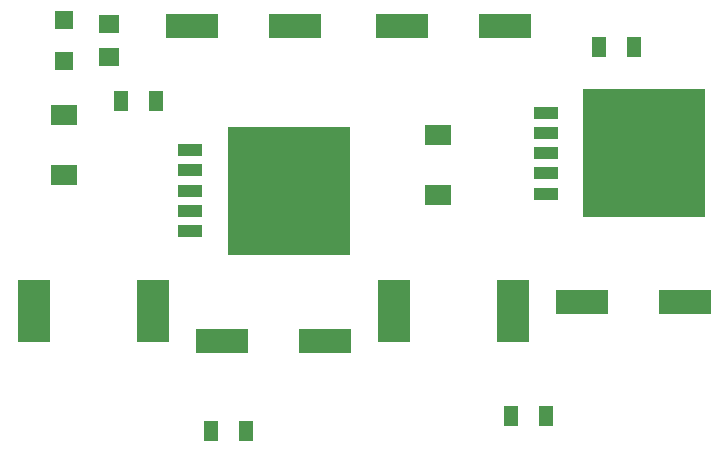
<source format=gbr>
G04 EAGLE Gerber RS-274X export*
G75*
%MOMM*%
%FSLAX34Y34*%
%LPD*%
%INSolderpaste Top*%
%IPPOS*%
%AMOC8*
5,1,8,0,0,1.08239X$1,22.5*%
G01*
%ADD10R,4.415700X2.115300*%
%ADD11R,1.164600X1.815300*%
%ADD12R,2.200000X1.800000*%
%ADD13R,2.800000X5.300000*%
%ADD14R,1.500000X1.500000*%
%ADD15R,10.410000X10.800000*%
%ADD16R,2.159000X1.066800*%
%ADD17R,1.803000X1.600000*%


D10*
X210473Y876300D03*
X297527Y876300D03*
X235873Y609600D03*
X322927Y609600D03*
D11*
X150346Y812800D03*
X179854Y812800D03*
X226546Y533400D03*
X256054Y533400D03*
D10*
X475327Y876300D03*
X388273Y876300D03*
X540673Y642112D03*
X627727Y642112D03*
D11*
X554714Y858520D03*
X584222Y858520D03*
X480546Y546100D03*
X510054Y546100D03*
D12*
X101600Y800708D03*
X101600Y749708D03*
X418592Y783436D03*
X418592Y732436D03*
D13*
X76500Y635000D03*
X177500Y635000D03*
X381300Y635000D03*
X482300Y635000D03*
D14*
X101600Y881100D03*
X101600Y846100D03*
D15*
X292100Y736600D03*
D16*
X208788Y770636D03*
X208788Y753618D03*
X208788Y736600D03*
X208788Y719582D03*
X208788Y702564D03*
D15*
X593090Y768096D03*
D16*
X509778Y802132D03*
X509778Y785114D03*
X509778Y768096D03*
X509778Y751078D03*
X509778Y734060D03*
D17*
X139700Y877820D03*
X139700Y849380D03*
M02*

</source>
